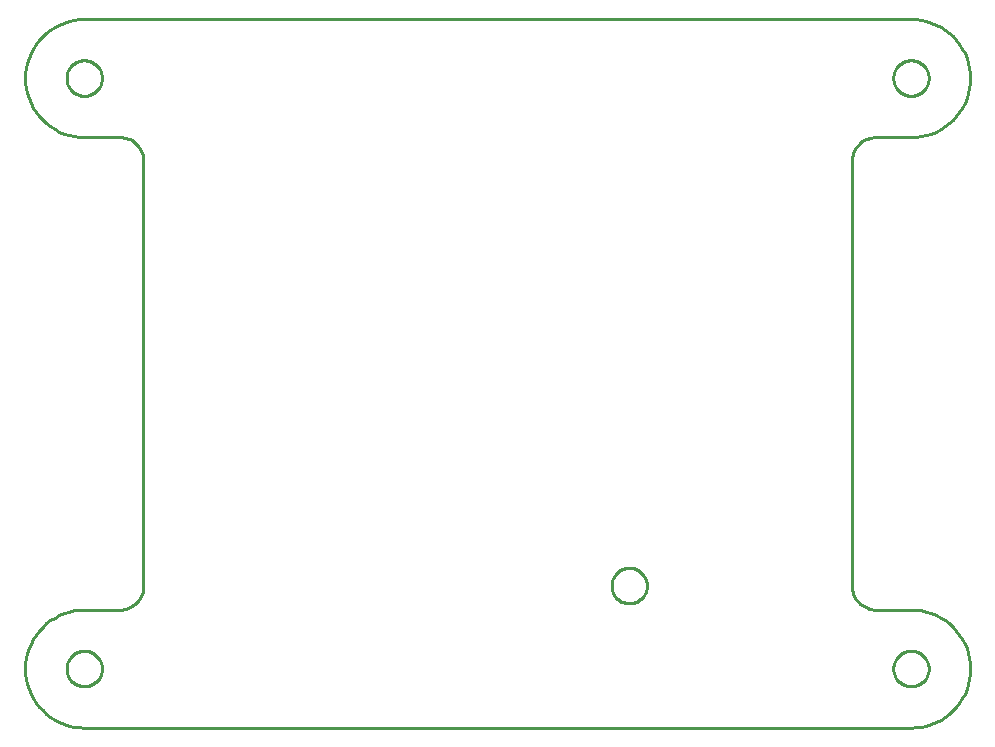
<source format=gbr>
G04 EAGLE Gerber RS-274X export*
G75*
%MOMM*%
%FSLAX34Y34*%
%LPD*%
%IN*%
%IPPOS*%
%AMOC8*
5,1,8,0,0,1.08239X$1,22.5*%
G01*
%ADD10C,0.254000*%


D10*
X-50000Y0D02*
X0Y0D01*
X650000Y0D01*
X654358Y190D01*
X658682Y760D01*
X662941Y1704D01*
X667101Y3015D01*
X671131Y4685D01*
X675000Y6699D01*
X678679Y9042D01*
X682139Y11698D01*
X685355Y14645D01*
X688302Y17861D01*
X690958Y21321D01*
X693301Y25000D01*
X695315Y28869D01*
X696985Y32899D01*
X698296Y37059D01*
X699240Y41318D01*
X699810Y45642D01*
X700000Y50000D01*
X699810Y54358D01*
X699240Y58682D01*
X698296Y62941D01*
X696985Y67101D01*
X695315Y71131D01*
X693301Y75000D01*
X690958Y78679D01*
X688302Y82139D01*
X685355Y85355D01*
X682139Y88302D01*
X678679Y90958D01*
X675000Y93301D01*
X671131Y95315D01*
X667101Y96985D01*
X662941Y98296D01*
X658682Y99240D01*
X654358Y99810D01*
X650000Y100000D01*
X620000Y100000D01*
X618257Y100076D01*
X616527Y100304D01*
X614824Y100681D01*
X613160Y101206D01*
X611548Y101874D01*
X610000Y102680D01*
X608528Y103617D01*
X607144Y104679D01*
X605858Y105858D01*
X604679Y107144D01*
X603617Y108528D01*
X602680Y110000D01*
X601874Y111548D01*
X601206Y113160D01*
X600681Y114824D01*
X600304Y116527D01*
X600076Y118257D01*
X600000Y120000D01*
X600000Y480000D01*
X600076Y481743D01*
X600304Y483473D01*
X600681Y485176D01*
X601206Y486840D01*
X601874Y488452D01*
X602680Y490000D01*
X603617Y491472D01*
X604679Y492856D01*
X605858Y494142D01*
X607144Y495321D01*
X608528Y496383D01*
X610000Y497321D01*
X611548Y498126D01*
X613160Y498794D01*
X614824Y499319D01*
X616527Y499696D01*
X618257Y499924D01*
X620000Y500000D01*
X650000Y500000D01*
X654358Y500190D01*
X658682Y500760D01*
X662941Y501704D01*
X667101Y503015D01*
X671131Y504685D01*
X675000Y506699D01*
X678679Y509042D01*
X682139Y511698D01*
X685355Y514645D01*
X688302Y517861D01*
X690958Y521321D01*
X693301Y525000D01*
X695315Y528869D01*
X696985Y532899D01*
X698296Y537059D01*
X699240Y541318D01*
X699810Y545642D01*
X700000Y550000D01*
X699810Y554358D01*
X699240Y558682D01*
X698296Y562941D01*
X696985Y567101D01*
X695315Y571131D01*
X693301Y575000D01*
X690958Y578679D01*
X688302Y582139D01*
X685355Y585355D01*
X682139Y588302D01*
X678679Y590958D01*
X675000Y593301D01*
X671131Y595315D01*
X667101Y596985D01*
X662941Y598296D01*
X658682Y599240D01*
X654358Y599810D01*
X650000Y600000D01*
X-50000Y600000D01*
X-54358Y599810D01*
X-58682Y599240D01*
X-62941Y598296D01*
X-67101Y596985D01*
X-71131Y595315D01*
X-75000Y593301D01*
X-78679Y590958D01*
X-82139Y588302D01*
X-85355Y585355D01*
X-88302Y582139D01*
X-90958Y578679D01*
X-93301Y575000D01*
X-95315Y571131D01*
X-96985Y567101D01*
X-98296Y562941D01*
X-99240Y558682D01*
X-99810Y554358D01*
X-100000Y550000D01*
X-99810Y545642D01*
X-99240Y541318D01*
X-98296Y537059D01*
X-96985Y532899D01*
X-95315Y528869D01*
X-93301Y525000D01*
X-90958Y521321D01*
X-88302Y517861D01*
X-85355Y514645D01*
X-82139Y511698D01*
X-78679Y509042D01*
X-75000Y506699D01*
X-71131Y504685D01*
X-67101Y503015D01*
X-62941Y501704D01*
X-58682Y500760D01*
X-54358Y500190D01*
X-50000Y500000D01*
X-20000Y500000D01*
X-18257Y499924D01*
X-16527Y499696D01*
X-14824Y499319D01*
X-13160Y498794D01*
X-11548Y498126D01*
X-10000Y497321D01*
X-8528Y496383D01*
X-7144Y495321D01*
X-5858Y494142D01*
X-4679Y492856D01*
X-3617Y491472D01*
X-2680Y490000D01*
X-1874Y488452D01*
X-1206Y486840D01*
X-681Y485176D01*
X-304Y483473D01*
X-76Y481743D01*
X0Y480000D01*
X0Y120000D01*
X-76Y118257D01*
X-304Y116527D01*
X-681Y114824D01*
X-1206Y113160D01*
X-1874Y111548D01*
X-2680Y110000D01*
X-3617Y108528D01*
X-4679Y107144D01*
X-5858Y105858D01*
X-7144Y104679D01*
X-8528Y103617D01*
X-10000Y102680D01*
X-11548Y101874D01*
X-13160Y101206D01*
X-14824Y100681D01*
X-16527Y100304D01*
X-18257Y100076D01*
X-20000Y100000D01*
X-50000Y100000D01*
X-54358Y99810D01*
X-58682Y99240D01*
X-62941Y98296D01*
X-67101Y96985D01*
X-71131Y95315D01*
X-75000Y93301D01*
X-78679Y90958D01*
X-82139Y88302D01*
X-85355Y85355D01*
X-88302Y82139D01*
X-90958Y78679D01*
X-93301Y75000D01*
X-95315Y71131D01*
X-96985Y67101D01*
X-98296Y62941D01*
X-99240Y58682D01*
X-99810Y54358D01*
X-100000Y50000D01*
X-99810Y45642D01*
X-99240Y41318D01*
X-98296Y37059D01*
X-96985Y32899D01*
X-95315Y28869D01*
X-93301Y25000D01*
X-90958Y21321D01*
X-88302Y17861D01*
X-85355Y14645D01*
X-82139Y11698D01*
X-78679Y9042D01*
X-75000Y6699D01*
X-71131Y4685D01*
X-67101Y3015D01*
X-62941Y1704D01*
X-58682Y760D01*
X-54358Y190D01*
X-50000Y0D01*
X426400Y119724D02*
X426324Y118656D01*
X426171Y117595D01*
X425943Y116548D01*
X425641Y115520D01*
X425267Y114516D01*
X424822Y113541D01*
X424308Y112601D01*
X423729Y111700D01*
X423087Y110842D01*
X422385Y110032D01*
X421628Y109275D01*
X420818Y108573D01*
X419960Y107931D01*
X419059Y107352D01*
X418119Y106838D01*
X417144Y106393D01*
X416140Y106019D01*
X415112Y105717D01*
X414065Y105489D01*
X413004Y105336D01*
X411936Y105260D01*
X410864Y105260D01*
X409796Y105336D01*
X408735Y105489D01*
X407688Y105717D01*
X406660Y106019D01*
X405656Y106393D01*
X404681Y106838D01*
X403741Y107352D01*
X402840Y107931D01*
X401982Y108573D01*
X401172Y109275D01*
X400415Y110032D01*
X399713Y110842D01*
X399071Y111700D01*
X398492Y112601D01*
X397978Y113541D01*
X397533Y114516D01*
X397159Y115520D01*
X396857Y116548D01*
X396629Y117595D01*
X396476Y118656D01*
X396400Y119724D01*
X396400Y120796D01*
X396476Y121864D01*
X396629Y122925D01*
X396857Y123972D01*
X397159Y125000D01*
X397533Y126004D01*
X397978Y126979D01*
X398492Y127919D01*
X399071Y128820D01*
X399713Y129678D01*
X400415Y130488D01*
X401172Y131245D01*
X401982Y131947D01*
X402840Y132589D01*
X403741Y133168D01*
X404681Y133682D01*
X405656Y134127D01*
X406660Y134501D01*
X407688Y134803D01*
X408735Y135031D01*
X409796Y135184D01*
X410864Y135260D01*
X411936Y135260D01*
X413004Y135184D01*
X414065Y135031D01*
X415112Y134803D01*
X416140Y134501D01*
X417144Y134127D01*
X418119Y133682D01*
X419059Y133168D01*
X419960Y132589D01*
X420818Y131947D01*
X421628Y131245D01*
X422385Y130488D01*
X423087Y129678D01*
X423729Y128820D01*
X424308Y127919D01*
X424822Y126979D01*
X425267Y126004D01*
X425641Y125000D01*
X425943Y123972D01*
X426171Y122925D01*
X426324Y121864D01*
X426400Y120796D01*
X426400Y119724D01*
X-35000Y49464D02*
X-35076Y48396D01*
X-35229Y47335D01*
X-35457Y46288D01*
X-35759Y45260D01*
X-36133Y44256D01*
X-36578Y43281D01*
X-37092Y42341D01*
X-37671Y41440D01*
X-38313Y40582D01*
X-39015Y39772D01*
X-39772Y39015D01*
X-40582Y38313D01*
X-41440Y37671D01*
X-42341Y37092D01*
X-43281Y36578D01*
X-44256Y36133D01*
X-45260Y35759D01*
X-46288Y35457D01*
X-47335Y35229D01*
X-48396Y35076D01*
X-49464Y35000D01*
X-50536Y35000D01*
X-51604Y35076D01*
X-52665Y35229D01*
X-53712Y35457D01*
X-54740Y35759D01*
X-55744Y36133D01*
X-56719Y36578D01*
X-57659Y37092D01*
X-58560Y37671D01*
X-59418Y38313D01*
X-60228Y39015D01*
X-60985Y39772D01*
X-61687Y40582D01*
X-62329Y41440D01*
X-62908Y42341D01*
X-63422Y43281D01*
X-63867Y44256D01*
X-64241Y45260D01*
X-64543Y46288D01*
X-64771Y47335D01*
X-64924Y48396D01*
X-65000Y49464D01*
X-65000Y50536D01*
X-64924Y51604D01*
X-64771Y52665D01*
X-64543Y53712D01*
X-64241Y54740D01*
X-63867Y55744D01*
X-63422Y56719D01*
X-62908Y57659D01*
X-62329Y58560D01*
X-61687Y59418D01*
X-60985Y60228D01*
X-60228Y60985D01*
X-59418Y61687D01*
X-58560Y62329D01*
X-57659Y62908D01*
X-56719Y63422D01*
X-55744Y63867D01*
X-54740Y64241D01*
X-53712Y64543D01*
X-52665Y64771D01*
X-51604Y64924D01*
X-50536Y65000D01*
X-49464Y65000D01*
X-48396Y64924D01*
X-47335Y64771D01*
X-46288Y64543D01*
X-45260Y64241D01*
X-44256Y63867D01*
X-43281Y63422D01*
X-42341Y62908D01*
X-41440Y62329D01*
X-40582Y61687D01*
X-39772Y60985D01*
X-39015Y60228D01*
X-38313Y59418D01*
X-37671Y58560D01*
X-37092Y57659D01*
X-36578Y56719D01*
X-36133Y55744D01*
X-35759Y54740D01*
X-35457Y53712D01*
X-35229Y52665D01*
X-35076Y51604D01*
X-35000Y50536D01*
X-35000Y49464D01*
X-35000Y549464D02*
X-35076Y548396D01*
X-35229Y547335D01*
X-35457Y546288D01*
X-35759Y545260D01*
X-36133Y544256D01*
X-36578Y543281D01*
X-37092Y542341D01*
X-37671Y541440D01*
X-38313Y540582D01*
X-39015Y539772D01*
X-39772Y539015D01*
X-40582Y538313D01*
X-41440Y537671D01*
X-42341Y537092D01*
X-43281Y536578D01*
X-44256Y536133D01*
X-45260Y535759D01*
X-46288Y535457D01*
X-47335Y535229D01*
X-48396Y535076D01*
X-49464Y535000D01*
X-50536Y535000D01*
X-51604Y535076D01*
X-52665Y535229D01*
X-53712Y535457D01*
X-54740Y535759D01*
X-55744Y536133D01*
X-56719Y536578D01*
X-57659Y537092D01*
X-58560Y537671D01*
X-59418Y538313D01*
X-60228Y539015D01*
X-60985Y539772D01*
X-61687Y540582D01*
X-62329Y541440D01*
X-62908Y542341D01*
X-63422Y543281D01*
X-63867Y544256D01*
X-64241Y545260D01*
X-64543Y546288D01*
X-64771Y547335D01*
X-64924Y548396D01*
X-65000Y549464D01*
X-65000Y550536D01*
X-64924Y551604D01*
X-64771Y552665D01*
X-64543Y553712D01*
X-64241Y554740D01*
X-63867Y555744D01*
X-63422Y556719D01*
X-62908Y557659D01*
X-62329Y558560D01*
X-61687Y559418D01*
X-60985Y560228D01*
X-60228Y560985D01*
X-59418Y561687D01*
X-58560Y562329D01*
X-57659Y562908D01*
X-56719Y563422D01*
X-55744Y563867D01*
X-54740Y564241D01*
X-53712Y564543D01*
X-52665Y564771D01*
X-51604Y564924D01*
X-50536Y565000D01*
X-49464Y565000D01*
X-48396Y564924D01*
X-47335Y564771D01*
X-46288Y564543D01*
X-45260Y564241D01*
X-44256Y563867D01*
X-43281Y563422D01*
X-42341Y562908D01*
X-41440Y562329D01*
X-40582Y561687D01*
X-39772Y560985D01*
X-39015Y560228D01*
X-38313Y559418D01*
X-37671Y558560D01*
X-37092Y557659D01*
X-36578Y556719D01*
X-36133Y555744D01*
X-35759Y554740D01*
X-35457Y553712D01*
X-35229Y552665D01*
X-35076Y551604D01*
X-35000Y550536D01*
X-35000Y549464D01*
X665000Y49464D02*
X664924Y48396D01*
X664771Y47335D01*
X664543Y46288D01*
X664241Y45260D01*
X663867Y44256D01*
X663422Y43281D01*
X662908Y42341D01*
X662329Y41440D01*
X661687Y40582D01*
X660985Y39772D01*
X660228Y39015D01*
X659418Y38313D01*
X658560Y37671D01*
X657659Y37092D01*
X656719Y36578D01*
X655744Y36133D01*
X654740Y35759D01*
X653712Y35457D01*
X652665Y35229D01*
X651604Y35076D01*
X650536Y35000D01*
X649464Y35000D01*
X648396Y35076D01*
X647335Y35229D01*
X646288Y35457D01*
X645260Y35759D01*
X644256Y36133D01*
X643281Y36578D01*
X642341Y37092D01*
X641440Y37671D01*
X640582Y38313D01*
X639772Y39015D01*
X639015Y39772D01*
X638313Y40582D01*
X637671Y41440D01*
X637092Y42341D01*
X636578Y43281D01*
X636133Y44256D01*
X635759Y45260D01*
X635457Y46288D01*
X635229Y47335D01*
X635076Y48396D01*
X635000Y49464D01*
X635000Y50536D01*
X635076Y51604D01*
X635229Y52665D01*
X635457Y53712D01*
X635759Y54740D01*
X636133Y55744D01*
X636578Y56719D01*
X637092Y57659D01*
X637671Y58560D01*
X638313Y59418D01*
X639015Y60228D01*
X639772Y60985D01*
X640582Y61687D01*
X641440Y62329D01*
X642341Y62908D01*
X643281Y63422D01*
X644256Y63867D01*
X645260Y64241D01*
X646288Y64543D01*
X647335Y64771D01*
X648396Y64924D01*
X649464Y65000D01*
X650536Y65000D01*
X651604Y64924D01*
X652665Y64771D01*
X653712Y64543D01*
X654740Y64241D01*
X655744Y63867D01*
X656719Y63422D01*
X657659Y62908D01*
X658560Y62329D01*
X659418Y61687D01*
X660228Y60985D01*
X660985Y60228D01*
X661687Y59418D01*
X662329Y58560D01*
X662908Y57659D01*
X663422Y56719D01*
X663867Y55744D01*
X664241Y54740D01*
X664543Y53712D01*
X664771Y52665D01*
X664924Y51604D01*
X665000Y50536D01*
X665000Y49464D01*
X665000Y549464D02*
X664924Y548396D01*
X664771Y547335D01*
X664543Y546288D01*
X664241Y545260D01*
X663867Y544256D01*
X663422Y543281D01*
X662908Y542341D01*
X662329Y541440D01*
X661687Y540582D01*
X660985Y539772D01*
X660228Y539015D01*
X659418Y538313D01*
X658560Y537671D01*
X657659Y537092D01*
X656719Y536578D01*
X655744Y536133D01*
X654740Y535759D01*
X653712Y535457D01*
X652665Y535229D01*
X651604Y535076D01*
X650536Y535000D01*
X649464Y535000D01*
X648396Y535076D01*
X647335Y535229D01*
X646288Y535457D01*
X645260Y535759D01*
X644256Y536133D01*
X643281Y536578D01*
X642341Y537092D01*
X641440Y537671D01*
X640582Y538313D01*
X639772Y539015D01*
X639015Y539772D01*
X638313Y540582D01*
X637671Y541440D01*
X637092Y542341D01*
X636578Y543281D01*
X636133Y544256D01*
X635759Y545260D01*
X635457Y546288D01*
X635229Y547335D01*
X635076Y548396D01*
X635000Y549464D01*
X635000Y550536D01*
X635076Y551604D01*
X635229Y552665D01*
X635457Y553712D01*
X635759Y554740D01*
X636133Y555744D01*
X636578Y556719D01*
X637092Y557659D01*
X637671Y558560D01*
X638313Y559418D01*
X639015Y560228D01*
X639772Y560985D01*
X640582Y561687D01*
X641440Y562329D01*
X642341Y562908D01*
X643281Y563422D01*
X644256Y563867D01*
X645260Y564241D01*
X646288Y564543D01*
X647335Y564771D01*
X648396Y564924D01*
X649464Y565000D01*
X650536Y565000D01*
X651604Y564924D01*
X652665Y564771D01*
X653712Y564543D01*
X654740Y564241D01*
X655744Y563867D01*
X656719Y563422D01*
X657659Y562908D01*
X658560Y562329D01*
X659418Y561687D01*
X660228Y560985D01*
X660985Y560228D01*
X661687Y559418D01*
X662329Y558560D01*
X662908Y557659D01*
X663422Y556719D01*
X663867Y555744D01*
X664241Y554740D01*
X664543Y553712D01*
X664771Y552665D01*
X664924Y551604D01*
X665000Y550536D01*
X665000Y549464D01*
M02*

</source>
